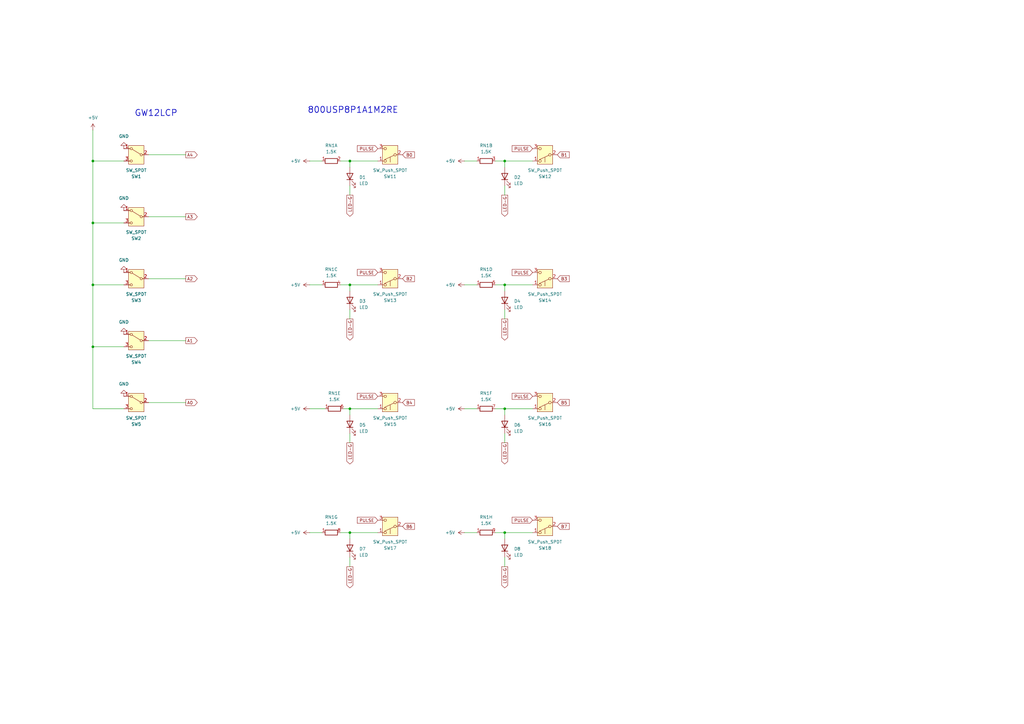
<source format=kicad_sch>
(kicad_sch (version 20250114) (generator "eeschema") (generator_version "9.0")
  (paper "A3")
  (title_block (title "PROM Programmer") (date "2025-04-06") (rev "V1.4"))
  (lib_symbols
    (symbol "Device:LED" (pin_numbers (hide yes)) (pin_names (offset 1.016) (hide yes))
      (property "Reference" "D" (at 0 2.54 0))
      (property "Value" "LED" (at 0 -2.54 0))
      (symbol "LED_0_1"
        (polyline (pts (xy -3.048 -0.762) (xy -4.572 -2.286) (xy -3.81 -2.286) (xy -4.572 -2.286) (xy -4.572 -1.524)))
        (polyline (pts (xy -1.778 -0.762) (xy -3.302 -2.286) (xy -2.54 -2.286) (xy -3.302 -2.286) (xy -3.302 -1.524)))
        (polyline (pts (xy -1.27 0) (xy 1.27 0)))
        (polyline (pts (xy -1.27 -1.27) (xy -1.27 1.27)) (stroke (width 0.254)))
        (polyline (pts (xy 1.27 -1.27) (xy 1.27 1.27) (xy -1.27 0) (xy 1.27 -1.27)) (stroke (width 0.254)))
      )
      (symbol "LED_1_1"
        (pin passive line (at -3.81 0 0) (length 2.54) (name "K") (number "1"))
        (pin passive line (at 3.81 0 180) (length 2.54) (name "A") (number "2"))
      )
    )
    (symbol "Device:R_Network08_Split" (pin_names (offset 0) (hide yes))
      (property "Reference" "RN" (at 2.032 0 90))
      (property "Value" "R_Network08_Split" (at 0 0 90))
      (symbol "R_Network08_Split_0_1"
        (rectangle (start 1.016 2.54) (end -1.016 -2.54) (stroke (width 0.254)))
        (pin passive line (at 0 3.81 270) (length 1.27) (name "R1") (number "1"))
      )
      (symbol "R_Network08_Split_1_1"
        (pin passive line (at 0 -3.81 90) (length 1.27) (name "R1.2") (number "2"))
      )
      (symbol "R_Network08_Split_2_1"
        (pin passive line (at 0 -3.81 90) (length 1.27) (name "R2.2") (number "3"))
      )
      (symbol "R_Network08_Split_3_1"
        (pin passive line (at 0 -3.81 90) (length 1.27) (name "R3.2") (number "4"))
      )
      (symbol "R_Network08_Split_4_1"
        (pin passive line (at 0 -3.81 90) (length 1.27) (name "R4.2") (number "5"))
      )
      (symbol "R_Network08_Split_5_1"
        (pin passive line (at 0 -3.81 90) (length 1.27) (name "R5.2") (number "6"))
      )
      (symbol "R_Network08_Split_6_1"
        (pin passive line (at 0 -3.81 90) (length 1.27) (name "R6.2") (number "7"))
      )
      (symbol "R_Network08_Split_7_1"
        (pin passive line (at 0 -3.81 90) (length 1.27) (name "R7.2") (number "8"))
      )
      (symbol "R_Network08_Split_8_1"
        (pin passive line (at 0 -3.81 90) (length 1.27) (name "R8.2") (number "9"))
      )
    )
    (symbol "Switch:SW_Push_SPDT" (pin_names (offset 0) (hide yes))
      (property "Reference" "SW" (at 0 5.08 0))
      (property "Value" "SW_Push_SPDT" (at 0 -5.08 0))
      (symbol "SW_Push_SPDT_0_0"
        (circle (center -2.032 0) (radius 0.508))
        (polyline (pts (xy 0 1.016) (xy 0 3.048)))
        (circle (center 2.032 -2.54) (radius 0.508))
      )
      (symbol "SW_Push_SPDT_0_1"
        (polyline (pts (xy -1.524 0.2032) (xy 2.3368 1.9812)))
        (circle (center 2.032 2.54) (radius 0.508))
      )
      (symbol "SW_Push_SPDT_1_1"
        (rectangle (start -3.175 3.81) (end 3.175 -3.81) (fill (type background)))
        (pin passive line (at -5.08 0 0) (length 2.54) (name "B") (number "2"))
        (pin passive line (at 5.08 2.54 180) (length 2.54) (name "A") (number "1"))
        (pin passive line (at 5.08 -2.54 180) (length 2.54) (name "C") (number "3"))
      )
    )
    (symbol "Switch:SW_SPDT" (pin_names (offset 0) (hide yes))
      (property "Reference" "SW" (at 0 5.08 0))
      (property "Value" "SW_SPDT" (at 0 -5.08 0))
      (symbol "SW_SPDT_0_1"
        (circle (center -2.032 0) (radius 0.4572))
        (polyline (pts (xy -1.651 0.254) (xy 1.651 2.286)))
        (circle (center 2.032 2.54) (radius 0.4572))
        (circle (center 2.032 -2.54) (radius 0.4572))
      )
      (symbol "SW_SPDT_1_1"
        (rectangle (start -3.175 3.81) (end 3.175 -3.81) (fill (type background)))
        (pin passive line (at -5.08 0 0) (length 2.54) (name "B") (number "2"))
        (pin passive line (at 5.08 2.54 180) (length 2.54) (name "A") (number "1"))
        (pin passive line (at 5.08 -2.54 180) (length 2.54) (name "C") (number "3"))
      )
    )
    (symbol "power:+5V" (power) (pin_numbers (hide yes)) (pin_names (offset 0) (hide yes))
      (property "Value" "+5V" (at 0 3.556 0))
      (symbol "+5V_0_1"
        (polyline (pts (xy -0.762 1.27) (xy 0 2.54)))
        (polyline (pts (xy 0 2.54) (xy 0.762 1.27)))
        (polyline (pts (xy 0 0) (xy 0 2.54)))
      )
      (symbol "+5V_1_1"
        (pin power_in line (at 0 0 90) (length 0) (name "~") (number "1"))
      )
    )
    (symbol "power:GND" (power) (pin_numbers (hide yes)) (pin_names (offset 0) (hide yes))
      (property "Value" "GND" (at 0 -3.81 0))
      (symbol "GND_0_1"
        (polyline (pts (xy 0 0) (xy 0 -1.27) (xy 1.27 -1.27) (xy 0 -2.54) (xy -1.27 -1.27) (xy 0 -1.27)))
      )
      (symbol "GND_1_1"
        (pin power_in line (at 0 0 270) (length 0) (name "~") (number "1"))
      )
    )
  )
  (text "800USP8P1A1M2RE" (at 144.78 45.212 0) (effects (font (size 2.54 2.54) (thickness 0.254) (bold yes))))
  (text "GW12LCP" (at 64.008 46.482 0) (effects (font (size 2.54 2.54) (thickness 0.254) (bold yes))))
  (junction (at 143.51 66.04))
  (junction (at 143.51 218.44))
  (junction (at 143.51 116.84))
  (junction (at 38.1 116.84))
  (junction (at 143.51 167.64))
  (junction (at 207.01 116.84))
  (junction (at 207.01 167.64))
  (junction (at 207.01 66.04))
  (junction (at 38.1 142.24))
  (junction (at 38.1 66.04))
  (junction (at 207.01 218.44))
  (junction (at 38.1 91.44))
  (wire (pts (xy 127 116.84) (xy 132.08 116.84)))
  (wire (pts (xy 143.51 218.44) (xy 143.51 220.98)))
  (wire (pts (xy 139.7 66.04) (xy 143.51 66.04)))
  (wire (pts (xy 190.5 218.44) (xy 195.58 218.44)))
  (wire (pts (xy 38.1 91.44) (xy 38.1 116.84)))
  (wire (pts (xy 143.51 66.04) (xy 154.94 66.04)))
  (wire (pts (xy 139.7 218.44) (xy 143.51 218.44)))
  (wire (pts (xy 203.2 116.84) (xy 207.01 116.84)))
  (wire (pts (xy 207.01 116.84) (xy 207.01 119.38)))
  (wire (pts (xy 207.01 66.04) (xy 207.01 68.58)))
  (wire (pts (xy 203.2 218.44) (xy 207.01 218.44)))
  (wire (pts (xy 38.1 142.24) (xy 50.8 142.24)))
  (wire (pts (xy 207.01 228.6) (xy 207.01 232.41)))
  (wire (pts (xy 207.01 218.44) (xy 207.01 220.98)))
  (wire (pts (xy 143.51 218.44) (xy 154.94 218.44)))
  (wire (pts (xy 38.1 167.64) (xy 50.8 167.64)))
  (wire (pts (xy 207.01 76.2) (xy 207.01 80.01)))
  (wire (pts (xy 207.01 167.64) (xy 218.44 167.64)))
  (wire (pts (xy 60.96 139.7) (xy 76.2 139.7)))
  (wire (pts (xy 60.96 88.9) (xy 76.2 88.9)))
  (wire (pts (xy 143.51 127) (xy 143.51 130.81)))
  (wire (pts (xy 60.96 63.5) (xy 76.2 63.5)))
  (wire (pts (xy 143.51 177.8) (xy 143.51 181.61)))
  (wire (pts (xy 38.1 116.84) (xy 50.8 116.84)))
  (wire (pts (xy 143.51 167.64) (xy 154.94 167.64)))
  (wire (pts (xy 60.96 114.3) (xy 76.2 114.3)))
  (wire (pts (xy 140.97 167.64) (xy 143.51 167.64)))
  (wire (pts (xy 38.1 116.84) (xy 38.1 142.24)))
  (wire (pts (xy 143.51 116.84) (xy 143.51 119.38)))
  (wire (pts (xy 203.2 66.04) (xy 207.01 66.04)))
  (wire (pts (xy 38.1 66.04) (xy 38.1 91.44)))
  (wire (pts (xy 207.01 127) (xy 207.01 130.81)))
  (wire (pts (xy 143.51 76.2) (xy 143.51 80.01)))
  (wire (pts (xy 38.1 66.04) (xy 50.8 66.04)))
  (wire (pts (xy 143.51 228.6) (xy 143.51 232.41)))
  (wire (pts (xy 190.5 66.04) (xy 195.58 66.04)))
  (wire (pts (xy 38.1 53.34) (xy 38.1 66.04)))
  (wire (pts (xy 60.96 165.1) (xy 76.2 165.1)))
  (wire (pts (xy 203.2 167.64) (xy 207.01 167.64)))
  (wire (pts (xy 143.51 116.84) (xy 154.94 116.84)))
  (wire (pts (xy 207.01 167.64) (xy 207.01 170.18)))
  (wire (pts (xy 207.01 66.04) (xy 218.44 66.04)))
  (wire (pts (xy 190.5 116.84) (xy 195.58 116.84)))
  (wire (pts (xy 207.01 218.44) (xy 218.44 218.44)))
  (wire (pts (xy 127 66.04) (xy 132.08 66.04)))
  (wire (pts (xy 127 218.44) (xy 132.08 218.44)))
  (wire (pts (xy 143.51 66.04) (xy 143.51 68.58)))
  (wire (pts (xy 207.01 116.84) (xy 218.44 116.84)))
  (wire (pts (xy 127 167.64) (xy 133.35 167.64)))
  (wire (pts (xy 38.1 142.24) (xy 38.1 167.64)))
  (wire (pts (xy 190.5 167.64) (xy 195.58 167.64)))
  (wire (pts (xy 38.1 91.44) (xy 50.8 91.44)))
  (wire (pts (xy 139.7 116.84) (xy 143.51 116.84)))
  (wire (pts (xy 207.01 177.8) (xy 207.01 181.61)))
  (wire (pts (xy 143.51 167.64) (xy 143.51 170.18)))
  (global_label "LED-G" (shape output) (at 207.01 181.61 270) (property "Intersheetrefs" "${INTERSHEET_REFS}" (effects (hide yes))))
  (global_label "B4" (shape input) (at 165.1 165.1 0) (property "Intersheetrefs" "${INTERSHEET_REFS}" (effects (hide yes))))
  (global_label "PULSE" (shape input) (at 218.44 111.76 180) (property "Intersheetrefs" "${INTERSHEET_REFS}" (effects (hide yes))))
  (global_label "PULSE" (shape input) (at 154.94 60.96 180) (property "Intersheetrefs" "${INTERSHEET_REFS}" (effects (hide yes))))
  (global_label "LED-G" (shape output) (at 207.01 130.81 270) (property "Intersheetrefs" "${INTERSHEET_REFS}" (effects (hide yes))))
  (global_label "PULSE" (shape input) (at 154.94 162.56 180) (property "Intersheetrefs" "${INTERSHEET_REFS}" (effects (hide yes))))
  (global_label "B7" (shape input) (at 228.6 215.9 0) (property "Intersheetrefs" "${INTERSHEET_REFS}" (effects (hide yes))))
  (global_label "LED-G" (shape output) (at 207.01 80.01 270) (property "Intersheetrefs" "${INTERSHEET_REFS}" (effects (hide yes))))
  (global_label "B6" (shape input) (at 165.1 215.9 0) (property "Intersheetrefs" "${INTERSHEET_REFS}" (effects (hide yes))))
  (global_label "A4" (shape output) (at 76.2 63.5 0) (property "Intersheetrefs" "${INTERSHEET_REFS}" (effects (hide yes))))
  (global_label "PULSE" (shape input) (at 218.44 162.56 180) (property "Intersheetrefs" "${INTERSHEET_REFS}" (effects (hide yes))))
  (global_label "PULSE" (shape input) (at 218.44 213.36 180) (property "Intersheetrefs" "${INTERSHEET_REFS}" (effects (hide yes))))
  (global_label "PULSE" (shape input) (at 154.94 213.36 180) (property "Intersheetrefs" "${INTERSHEET_REFS}" (effects (hide yes))))
  (global_label "A3" (shape output) (at 76.2 88.9 0) (property "Intersheetrefs" "${INTERSHEET_REFS}" (effects (hide yes))))
  (global_label "LED-G" (shape output) (at 143.51 232.41 270) (property "Intersheetrefs" "${INTERSHEET_REFS}" (effects (hide yes))))
  (global_label "LED-G" (shape output) (at 143.51 181.61 270) (property "Intersheetrefs" "${INTERSHEET_REFS}" (effects (hide yes))))
  (global_label "LED-G" (shape output) (at 207.01 232.41 270) (property "Intersheetrefs" "${INTERSHEET_REFS}" (effects (hide yes))))
  (global_label "PULSE" (shape input) (at 218.44 60.96 180) (property "Intersheetrefs" "${INTERSHEET_REFS}" (effects (hide yes))))
  (global_label "A1" (shape output) (at 76.2 139.7 0) (property "Intersheetrefs" "${INTERSHEET_REFS}" (effects (hide yes))))
  (global_label "B0" (shape input) (at 165.1 63.5 0) (property "Intersheetrefs" "${INTERSHEET_REFS}" (effects (hide yes))))
  (global_label "B1" (shape input) (at 228.6 63.5 0) (property "Intersheetrefs" "${INTERSHEET_REFS}" (effects (hide yes))))
  (global_label "LED-G" (shape output) (at 143.51 80.01 270) (property "Intersheetrefs" "${INTERSHEET_REFS}" (effects (hide yes))))
  (global_label "B2" (shape input) (at 165.1 114.3 0) (property "Intersheetrefs" "${INTERSHEET_REFS}" (effects (hide yes))))
  (global_label "PULSE" (shape input) (at 154.94 111.76 180) (property "Intersheetrefs" "${INTERSHEET_REFS}" (effects (hide yes))))
  (global_label "B5" (shape input) (at 228.6 165.1 0) (property "Intersheetrefs" "${INTERSHEET_REFS}" (effects (hide yes))))
  (global_label "A2" (shape output) (at 76.2 114.3 0) (property "Intersheetrefs" "${INTERSHEET_REFS}" (effects (hide yes))))
  (global_label "A0" (shape output) (at 76.2 165.1 0) (property "Intersheetrefs" "${INTERSHEET_REFS}" (effects (hide yes))))
  (global_label "B3" (shape input) (at 228.6 114.3 0) (property "Intersheetrefs" "${INTERSHEET_REFS}" (effects (hide yes))))
  (global_label "LED-G" (shape output) (at 143.51 130.81 270) (property "Intersheetrefs" "${INTERSHEET_REFS}" (effects (hide yes))))
  (symbol (lib_id "Device:R_Network08_Split") (at 199.39 66.04 90) (unit 2)
    (property "Reference" "RN1" (at 199.39 59.69 90))
    (property "Value" "1.5K" (at 199.39 62.23 90))
    (property "Footprint" "Resistor_THT:R_Array_SIP9" (effects (hide yes)))
    (property "Datasheet" "http://www.vishay.com/docs/31509/csc.pdf" (effects (hide yes)))
    (property "Description" "8 resistor network, star topology, bussed resistors, split" (effects (hide yes)))
  )
  (symbol (lib_id "power:GND") (at 50.8 137.16 180) (unit 1)
    (property "Reference" "#PWR035" (effects (hide yes)))
    (property "Value" "GND" (at 50.8 132.08 0))
    (property "Description" "Power symbol creates a global label with name \"GND\" , ground" (effects (hide yes)))
  )
  (symbol (lib_id "Switch:SW_Push_SPDT") (at 223.52 63.5 180) (unit 1)
    (property "Reference" "SW12" (at 223.52 72.39 0))
    (property "Value" "SW_Push_SPDT" (at 223.52 69.85 0))
    (property "Footprint" "Button_Switch_THT:SW_NKK_GW12LJP" (effects (hide yes)))
    (property "Description" "Momentary Switch, single pole double throw" (effects (hide yes)))
  )
  (symbol (lib_id "power:GND") (at 50.8 86.36 180) (unit 1)
    (property "Reference" "#PWR033" (effects (hide yes)))
    (property "Value" "GND" (at 50.8 81.28 0))
    (property "Description" "Power symbol creates a global label with name \"GND\" , ground" (effects (hide yes)))
  )
  (symbol (lib_id "Device:R_Network08_Split") (at 199.39 218.44 90) (unit 8)
    (property "Reference" "RN1" (at 199.39 212.09 90))
    (property "Value" "1.5K" (at 199.39 214.63 90))
    (property "Footprint" "Resistor_THT:R_Array_SIP9" (effects (hide yes)))
    (property "Datasheet" "http://www.vishay.com/docs/31509/csc.pdf" (effects (hide yes)))
    (property "Description" "8 resistor network, star topology, bussed resistors, split" (effects (hide yes)))
  )
  (symbol (lib_id "Switch:SW_Push_SPDT") (at 223.52 215.9 180) (unit 1)
    (property "Reference" "SW18" (at 223.52 224.79 0))
    (property "Value" "SW_Push_SPDT" (at 223.52 222.25 0))
    (property "Footprint" "Button_Switch_THT:SW_NKK_GW12LJP" (effects (hide yes)))
    (property "Description" "Momentary Switch, single pole double throw" (effects (hide yes)))
  )
  (symbol (lib_id "Switch:SW_Push_SPDT") (at 160.02 215.9 180) (unit 1)
    (property "Reference" "SW17" (at 160.02 224.79 0))
    (property "Value" "SW_Push_SPDT" (at 160.02 222.25 0))
    (property "Footprint" "Button_Switch_THT:SW_NKK_GW12LJP" (effects (hide yes)))
    (property "Description" "Momentary Switch, single pole double throw" (effects (hide yes)))
  )
  (symbol (lib_id "power:+5V") (at 190.5 66.04 90) (unit 1)
    (property "Reference" "#PWR039" (effects (hide yes)))
    (property "Value" "+5V" (at 186.69 66.0399 90) (effects (justify left)))
    (property "Description" "Power symbol creates a global label with name \"+5V\"" (effects (hide yes)))
  )
  (symbol (lib_id "Device:LED") (at 143.51 173.99 90) (unit 1)
    (property "Reference" "D5" (at 147.32 174.3074 90) (effects (justify right)))
    (property "Value" "LED" (at 147.32 176.8474 90) (effects (justify right)))
    (property "Footprint" "LED_THT:LED_D3.0mm" (effects (hide yes)))
    (property "Description" "Light emitting diode" (effects (hide yes)))
    (property "Sim.Pins" "1=K 2=A" (effects (hide yes)))
  )
  (symbol (lib_id "power:+5V") (at 127 167.64 90) (unit 1)
    (property "Reference" "#PWR042" (effects (hide yes)))
    (property "Value" "+5V" (at 123.19 167.6399 90) (effects (justify left)))
    (property "Description" "Power symbol creates a global label with name \"+5V\"" (effects (hide yes)))
  )
  (symbol (lib_id "Switch:SW_SPDT") (at 55.88 88.9 0) (mirror y) (unit 1)
    (property "Reference" "SW2" (at 55.88 97.79 0))
    (property "Value" "SW_SPDT" (at 55.88 95.25 0))
    (property "Footprint" "Button_Switch_THT:SW_NKK_GW12LJP" (effects (hide yes)))
    (property "Description" "Switch, single pole double throw" (effects (hide yes)))
  )
  (symbol (lib_id "Switch:SW_SPDT") (at 55.88 114.3 0) (mirror y) (unit 1)
    (property "Reference" "SW3" (at 55.88 123.19 0))
    (property "Value" "SW_SPDT" (at 55.88 120.65 0))
    (property "Footprint" "Button_Switch_THT:SW_NKK_GW12LJP" (effects (hide yes)))
    (property "Description" "Switch, single pole double throw" (effects (hide yes)))
  )
  (symbol (lib_id "Switch:SW_Push_SPDT") (at 160.02 63.5 180) (unit 1)
    (property "Reference" "SW11" (at 160.02 72.39 0))
    (property "Value" "SW_Push_SPDT" (at 160.02 69.85 0))
    (property "Footprint" "Button_Switch_THT:SW_NKK_GW12LJP" (effects (hide yes)))
    (property "Description" "Momentary Switch, single pole double throw" (effects (hide yes)))
  )
  (symbol (lib_id "Switch:SW_Push_SPDT") (at 223.52 114.3 180) (unit 1)
    (property "Reference" "SW14" (at 223.52 123.19 0))
    (property "Value" "SW_Push_SPDT" (at 223.52 120.65 0))
    (property "Footprint" "Button_Switch_THT:SW_NKK_GW12LJP" (effects (hide yes)))
    (property "Description" "Momentary Switch, single pole double throw" (effects (hide yes)))
  )
  (symbol (lib_id "Device:LED") (at 143.51 123.19 90) (unit 1)
    (property "Reference" "D3" (at 147.32 123.5074 90) (effects (justify right)))
    (property "Value" "LED" (at 147.32 126.0474 90) (effects (justify right)))
    (property "Footprint" "LED_THT:LED_D3.0mm" (effects (hide yes)))
    (property "Description" "Light emitting diode" (effects (hide yes)))
    (property "Sim.Pins" "1=K 2=A" (effects (hide yes)))
  )
  (symbol (lib_id "Switch:SW_Push_SPDT") (at 223.52 165.1 180) (unit 1)
    (property "Reference" "SW16" (at 223.52 173.99 0))
    (property "Value" "SW_Push_SPDT" (at 223.52 171.45 0))
    (property "Footprint" "Button_Switch_THT:SW_NKK_GW12LJP" (effects (hide yes)))
    (property "Description" "Momentary Switch, single pole double throw" (effects (hide yes)))
  )
  (symbol (lib_id "Device:R_Network08_Split") (at 135.89 66.04 90) (unit 1)
    (property "Reference" "RN1" (at 135.89 59.69 90))
    (property "Value" "1.5K" (at 135.89 62.23 90))
    (property "Footprint" "Resistor_THT:R_Array_SIP9" (effects (hide yes)))
    (property "Datasheet" "http://www.vishay.com/docs/31509/csc.pdf" (effects (hide yes)))
    (property "Description" "8 resistor network, star topology, bussed resistors, split" (effects (hide yes)))
  )
  (symbol (lib_id "power:+5V") (at 127 116.84 90) (unit 1)
    (property "Reference" "#PWR040" (effects (hide yes)))
    (property "Value" "+5V" (at 123.19 116.8399 90) (effects (justify left)))
    (property "Description" "Power symbol creates a global label with name \"+5V\"" (effects (hide yes)))
  )
  (symbol (lib_id "Device:R_Network08_Split") (at 199.39 116.84 90) (unit 4)
    (property "Reference" "RN1" (at 199.39 110.49 90))
    (property "Value" "1.5K" (at 199.39 113.03 90))
    (property "Footprint" "Resistor_THT:R_Array_SIP9" (effects (hide yes)))
    (property "Datasheet" "http://www.vishay.com/docs/31509/csc.pdf" (effects (hide yes)))
    (property "Description" "8 resistor network, star topology, bussed resistors, split" (effects (hide yes)))
  )
  (symbol (lib_id "power:+5V") (at 127 218.44 90) (unit 1)
    (property "Reference" "#PWR043" (effects (hide yes)))
    (property "Value" "+5V" (at 123.19 218.4399 90) (effects (justify left)))
    (property "Description" "Power symbol creates a global label with name \"+5V\"" (effects (hide yes)))
  )
  (symbol (lib_id "Switch:SW_Push_SPDT") (at 160.02 165.1 180) (unit 1)
    (property "Reference" "SW15" (at 160.02 173.99 0))
    (property "Value" "SW_Push_SPDT" (at 160.02 171.45 0))
    (property "Footprint" "Button_Switch_THT:SW_NKK_GW12LJP" (effects (hide yes)))
    (property "Description" "Momentary Switch, single pole double throw" (effects (hide yes)))
  )
  (symbol (lib_id "power:GND") (at 50.8 111.76 180) (unit 1)
    (property "Reference" "#PWR034" (effects (hide yes)))
    (property "Value" "GND" (at 50.8 106.68 0))
    (property "Description" "Power symbol creates a global label with name \"GND\" , ground" (effects (hide yes)))
  )
  (symbol (lib_id "Device:LED") (at 143.51 72.39 90) (unit 1)
    (property "Reference" "D1" (at 147.32 72.7074 90) (effects (justify right)))
    (property "Value" "LED" (at 147.32 75.2474 90) (effects (justify right)))
    (property "Footprint" "LED_THT:LED_D3.0mm" (effects (hide yes)))
    (property "Description" "Light emitting diode" (effects (hide yes)))
    (property "Sim.Pins" "1=K 2=A" (effects (hide yes)))
  )
  (symbol (lib_id "power:+5V") (at 38.1 53.34 0) (unit 1)
    (property "Reference" "#PWR032" (effects (hide yes)))
    (property "Value" "+5V" (at 38.1 48.26 0))
    (property "Description" "Power symbol creates a global label with name \"+5V\"" (effects (hide yes)))
  )
  (symbol (lib_id "power:+5V") (at 190.5 167.64 90) (unit 1)
    (property "Reference" "#PWR044" (effects (hide yes)))
    (property "Value" "+5V" (at 186.69 167.6399 90) (effects (justify left)))
    (property "Description" "Power symbol creates a global label with name \"+5V\"" (effects (hide yes)))
  )
  (symbol (lib_id "Switch:SW_SPDT") (at 55.88 139.7 0) (mirror y) (unit 1)
    (property "Reference" "SW4" (at 55.88 148.59 0))
    (property "Value" "SW_SPDT" (at 55.88 146.05 0))
    (property "Footprint" "Button_Switch_THT:SW_NKK_GW12LJP" (effects (hide yes)))
    (property "Description" "Switch, single pole double throw" (effects (hide yes)))
  )
  (symbol (lib_id "Device:R_Network08_Split") (at 135.89 116.84 90) (unit 3)
    (property "Reference" "RN1" (at 135.89 110.49 90))
    (property "Value" "1.5K" (at 135.89 113.03 90))
    (property "Footprint" "Resistor_THT:R_Array_SIP9" (effects (hide yes)))
    (property "Datasheet" "http://www.vishay.com/docs/31509/csc.pdf" (effects (hide yes)))
    (property "Description" "8 resistor network, star topology, bussed resistors, split" (effects (hide yes)))
  )
  (symbol (lib_id "Switch:SW_Push_SPDT") (at 160.02 114.3 180) (unit 1)
    (property "Reference" "SW13" (at 160.02 123.19 0))
    (property "Value" "SW_Push_SPDT" (at 160.02 120.65 0))
    (property "Footprint" "Button_Switch_THT:SW_NKK_GW12LJP" (effects (hide yes)))
    (property "Description" "Momentary Switch, single pole double throw" (effects (hide yes)))
  )
  (symbol (lib_id "power:GND") (at 50.8 162.56 180) (unit 1)
    (property "Reference" "#PWR036" (effects (hide yes)))
    (property "Value" "GND" (at 50.8 157.48 0))
    (property "Description" "Power symbol creates a global label with name \"GND\" , ground" (effects (hide yes)))
  )
  (symbol (lib_id "power:+5V") (at 127 66.04 90) (unit 1)
    (property "Reference" "#PWR038" (effects (hide yes)))
    (property "Value" "+5V" (at 123.19 66.0399 90) (effects (justify left)))
    (property "Description" "Power symbol creates a global label with name \"+5V\"" (effects (hide yes)))
  )
  (symbol (lib_id "Device:LED") (at 207.01 224.79 90) (unit 1)
    (property "Reference" "D8" (at 210.82 225.1074 90) (effects (justify right)))
    (property "Value" "LED" (at 210.82 227.6474 90) (effects (justify right)))
    (property "Footprint" "LED_THT:LED_D3.0mm" (effects (hide yes)))
    (property "Description" "Light emitting diode" (effects (hide yes)))
    (property "Sim.Pins" "1=K 2=A" (effects (hide yes)))
  )
  (symbol (lib_id "Switch:SW_SPDT") (at 55.88 63.5 0) (mirror y) (unit 1)
    (property "Reference" "SW1" (at 55.88 72.39 0))
    (property "Value" "SW_SPDT" (at 55.88 69.85 0))
    (property "Footprint" "Button_Switch_THT:SW_NKK_GW12LJP" (effects (hide yes)))
    (property "Description" "Switch, single pole double throw" (effects (hide yes)))
  )
  (symbol (lib_id "Device:R_Network08_Split") (at 137.16 167.64 90) (unit 5)
    (property "Reference" "RN1" (at 137.16 161.29 90))
    (property "Value" "1.5K" (at 137.16 163.83 90))
    (property "Footprint" "Resistor_THT:R_Array_SIP9" (effects (hide yes)))
    (property "Datasheet" "http://www.vishay.com/docs/31509/csc.pdf" (effects (hide yes)))
    (property "Description" "8 resistor network, star topology, bussed resistors, split" (effects (hide yes)))
  )
  (symbol (lib_id "Device:LED") (at 143.51 224.79 90) (unit 1)
    (property "Reference" "D7" (at 147.32 225.1074 90) (effects (justify right)))
    (property "Value" "LED" (at 147.32 227.6474 90) (effects (justify right)))
    (property "Footprint" "LED_THT:LED_D3.0mm" (effects (hide yes)))
    (property "Description" "Light emitting diode" (effects (hide yes)))
    (property "Sim.Pins" "1=K 2=A" (effects (hide yes)))
  )
  (symbol (lib_id "power:+5V") (at 190.5 218.44 90) (unit 1)
    (property "Reference" "#PWR045" (effects (hide yes)))
    (property "Value" "+5V" (at 186.69 218.4399 90) (effects (justify left)))
    (property "Description" "Power symbol creates a global label with name \"+5V\"" (effects (hide yes)))
  )
  (symbol (lib_id "Device:R_Network08_Split") (at 135.89 218.44 90) (unit 7)
    (property "Reference" "RN1" (at 135.89 212.09 90))
    (property "Value" "1.5K" (at 135.89 214.63 90))
    (property "Footprint" "Resistor_THT:R_Array_SIP9" (effects (hide yes)))
    (property "Datasheet" "http://www.vishay.com/docs/31509/csc.pdf" (effects (hide yes)))
    (property "Description" "8 resistor network, star topology, bussed resistors, split" (effects (hide yes)))
  )
  (symbol (lib_id "Device:LED") (at 207.01 123.19 90) (unit 1)
    (property "Reference" "D4" (at 210.82 123.5074 90) (effects (justify right)))
    (property "Value" "LED" (at 210.82 126.0474 90) (effects (justify right)))
    (property "Footprint" "LED_THT:LED_D3.0mm" (effects (hide yes)))
    (property "Description" "Light emitting diode" (effects (hide yes)))
    (property "Sim.Pins" "1=K 2=A" (effects (hide yes)))
  )
  (symbol (lib_id "power:+5V") (at 190.5 116.84 90) (unit 1)
    (property "Reference" "#PWR041" (effects (hide yes)))
    (property "Value" "+5V" (at 186.69 116.8399 90) (effects (justify left)))
    (property "Description" "Power symbol creates a global label with name \"+5V\"" (effects (hide yes)))
  )
  (symbol (lib_id "Switch:SW_SPDT") (at 55.88 165.1 0) (mirror y) (unit 1)
    (property "Reference" "SW5" (at 55.88 173.99 0))
    (property "Value" "SW_SPDT" (at 55.88 171.45 0))
    (property "Footprint" "Button_Switch_THT:SW_NKK_GW12LJP" (effects (hide yes)))
    (property "Description" "Switch, single pole double throw" (effects (hide yes)))
  )
  (symbol (lib_id "Device:LED") (at 207.01 72.39 90) (unit 1)
    (property "Reference" "D2" (at 210.82 72.7074 90) (effects (justify right)))
    (property "Value" "LED" (at 210.82 75.2474 90) (effects (justify right)))
    (property "Footprint" "LED_THT:LED_D3.0mm" (effects (hide yes)))
    (property "Description" "Light emitting diode" (effects (hide yes)))
    (property "Sim.Pins" "1=K 2=A" (effects (hide yes)))
  )
  (symbol (lib_id "Device:LED") (at 207.01 173.99 90) (unit 1)
    (property "Reference" "D6" (at 210.82 174.3074 90) (effects (justify right)))
    (property "Value" "LED" (at 210.82 176.8474 90) (effects (justify right)))
    (property "Footprint" "LED_THT:LED_D3.0mm" (effects (hide yes)))
    (property "Description" "Light emitting diode" (effects (hide yes)))
    (property "Sim.Pins" "1=K 2=A" (effects (hide yes)))
  )
  (symbol (lib_id "power:GND") (at 50.8 60.96 180) (unit 1)
    (property "Reference" "#PWR031" (effects (hide yes)))
    (property "Value" "GND" (at 50.8 55.88 0))
    (property "Description" "Power symbol creates a global label with name \"GND\" , ground" (effects (hide yes)))
  )
  (symbol (lib_id "Device:R_Network08_Split") (at 199.39 167.64 90) (unit 6)
    (property "Reference" "RN1" (at 199.39 161.29 90))
    (property "Value" "1.5K" (at 199.39 163.83 90))
    (property "Footprint" "Resistor_THT:R_Array_SIP9" (effects (hide yes)))
    (property "Datasheet" "http://www.vishay.com/docs/31509/csc.pdf" (effects (hide yes)))
    (property "Description" "8 resistor network, star topology, bussed resistors, split" (effects (hide yes)))
  )
)
</source>
